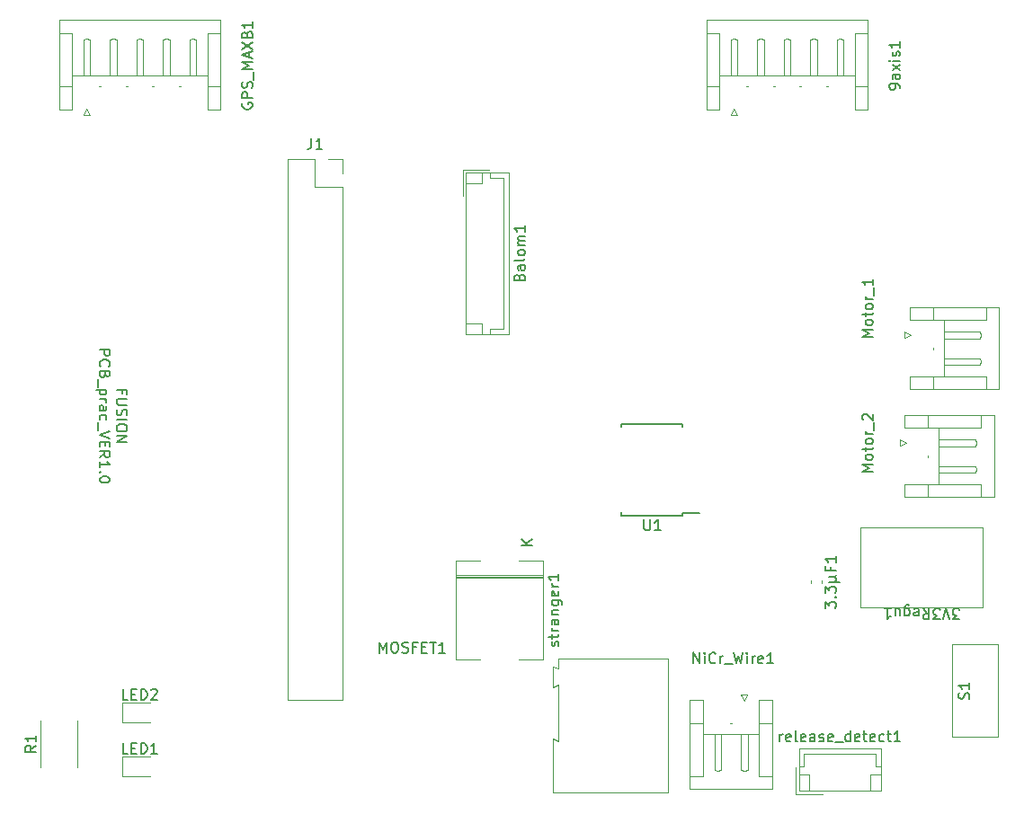
<source format=gto>
%TF.GenerationSoftware,KiCad,Pcbnew,(6.0.6)*%
%TF.CreationDate,2022-07-05T22:30:03+09:00*%
%TF.ProjectId,arliss,61726c69-7373-42e6-9b69-6361645f7063,rev?*%
%TF.SameCoordinates,Original*%
%TF.FileFunction,Legend,Top*%
%TF.FilePolarity,Positive*%
%FSLAX46Y46*%
G04 Gerber Fmt 4.6, Leading zero omitted, Abs format (unit mm)*
G04 Created by KiCad (PCBNEW (6.0.6)) date 2022-07-05 22:30:03*
%MOMM*%
%LPD*%
G01*
G04 APERTURE LIST*
%ADD10C,0.150000*%
%ADD11C,0.120000*%
G04 APERTURE END LIST*
D10*
X94856428Y-86757142D02*
X94856428Y-86423809D01*
X94332619Y-86423809D02*
X95332619Y-86423809D01*
X95332619Y-86900000D01*
X95332619Y-87280952D02*
X94523095Y-87280952D01*
X94427857Y-87328571D01*
X94380238Y-87376190D01*
X94332619Y-87471428D01*
X94332619Y-87661904D01*
X94380238Y-87757142D01*
X94427857Y-87804761D01*
X94523095Y-87852380D01*
X95332619Y-87852380D01*
X94380238Y-88280952D02*
X94332619Y-88423809D01*
X94332619Y-88661904D01*
X94380238Y-88757142D01*
X94427857Y-88804761D01*
X94523095Y-88852380D01*
X94618333Y-88852380D01*
X94713571Y-88804761D01*
X94761190Y-88757142D01*
X94808809Y-88661904D01*
X94856428Y-88471428D01*
X94904047Y-88376190D01*
X94951666Y-88328571D01*
X95046904Y-88280952D01*
X95142142Y-88280952D01*
X95237380Y-88328571D01*
X95285000Y-88376190D01*
X95332619Y-88471428D01*
X95332619Y-88709523D01*
X95285000Y-88852380D01*
X94332619Y-89280952D02*
X95332619Y-89280952D01*
X95332619Y-89947619D02*
X95332619Y-90138095D01*
X95285000Y-90233333D01*
X95189761Y-90328571D01*
X94999285Y-90376190D01*
X94665952Y-90376190D01*
X94475476Y-90328571D01*
X94380238Y-90233333D01*
X94332619Y-90138095D01*
X94332619Y-89947619D01*
X94380238Y-89852380D01*
X94475476Y-89757142D01*
X94665952Y-89709523D01*
X94999285Y-89709523D01*
X95189761Y-89757142D01*
X95285000Y-89852380D01*
X95332619Y-89947619D01*
X94332619Y-90804761D02*
X95332619Y-90804761D01*
X94332619Y-91376190D01*
X95332619Y-91376190D01*
X92722619Y-82661904D02*
X93722619Y-82661904D01*
X93722619Y-83042857D01*
X93675000Y-83138095D01*
X93627380Y-83185714D01*
X93532142Y-83233333D01*
X93389285Y-83233333D01*
X93294047Y-83185714D01*
X93246428Y-83138095D01*
X93198809Y-83042857D01*
X93198809Y-82661904D01*
X92817857Y-84233333D02*
X92770238Y-84185714D01*
X92722619Y-84042857D01*
X92722619Y-83947619D01*
X92770238Y-83804761D01*
X92865476Y-83709523D01*
X92960714Y-83661904D01*
X93151190Y-83614285D01*
X93294047Y-83614285D01*
X93484523Y-83661904D01*
X93579761Y-83709523D01*
X93675000Y-83804761D01*
X93722619Y-83947619D01*
X93722619Y-84042857D01*
X93675000Y-84185714D01*
X93627380Y-84233333D01*
X93246428Y-84995238D02*
X93198809Y-85138095D01*
X93151190Y-85185714D01*
X93055952Y-85233333D01*
X92913095Y-85233333D01*
X92817857Y-85185714D01*
X92770238Y-85138095D01*
X92722619Y-85042857D01*
X92722619Y-84661904D01*
X93722619Y-84661904D01*
X93722619Y-84995238D01*
X93675000Y-85090476D01*
X93627380Y-85138095D01*
X93532142Y-85185714D01*
X93436904Y-85185714D01*
X93341666Y-85138095D01*
X93294047Y-85090476D01*
X93246428Y-84995238D01*
X93246428Y-84661904D01*
X92627380Y-85423809D02*
X92627380Y-86185714D01*
X93389285Y-86423809D02*
X92389285Y-86423809D01*
X93341666Y-86423809D02*
X93389285Y-86519047D01*
X93389285Y-86709523D01*
X93341666Y-86804761D01*
X93294047Y-86852380D01*
X93198809Y-86900000D01*
X92913095Y-86900000D01*
X92817857Y-86852380D01*
X92770238Y-86804761D01*
X92722619Y-86709523D01*
X92722619Y-86519047D01*
X92770238Y-86423809D01*
X92722619Y-87328571D02*
X93389285Y-87328571D01*
X93198809Y-87328571D02*
X93294047Y-87376190D01*
X93341666Y-87423809D01*
X93389285Y-87519047D01*
X93389285Y-87614285D01*
X92722619Y-88376190D02*
X93246428Y-88376190D01*
X93341666Y-88328571D01*
X93389285Y-88233333D01*
X93389285Y-88042857D01*
X93341666Y-87947619D01*
X92770238Y-88376190D02*
X92722619Y-88280952D01*
X92722619Y-88042857D01*
X92770238Y-87947619D01*
X92865476Y-87900000D01*
X92960714Y-87900000D01*
X93055952Y-87947619D01*
X93103571Y-88042857D01*
X93103571Y-88280952D01*
X93151190Y-88376190D01*
X92770238Y-89280952D02*
X92722619Y-89185714D01*
X92722619Y-88995238D01*
X92770238Y-88900000D01*
X92817857Y-88852380D01*
X92913095Y-88804761D01*
X93198809Y-88804761D01*
X93294047Y-88852380D01*
X93341666Y-88900000D01*
X93389285Y-88995238D01*
X93389285Y-89185714D01*
X93341666Y-89280952D01*
X92627380Y-89471428D02*
X92627380Y-90233333D01*
X93722619Y-90328571D02*
X92722619Y-90661904D01*
X93722619Y-90995238D01*
X93246428Y-91328571D02*
X93246428Y-91661904D01*
X92722619Y-91804761D02*
X92722619Y-91328571D01*
X93722619Y-91328571D01*
X93722619Y-91804761D01*
X92722619Y-92804761D02*
X93198809Y-92471428D01*
X92722619Y-92233333D02*
X93722619Y-92233333D01*
X93722619Y-92614285D01*
X93675000Y-92709523D01*
X93627380Y-92757142D01*
X93532142Y-92804761D01*
X93389285Y-92804761D01*
X93294047Y-92757142D01*
X93246428Y-92709523D01*
X93198809Y-92614285D01*
X93198809Y-92233333D01*
X92722619Y-93757142D02*
X92722619Y-93185714D01*
X92722619Y-93471428D02*
X93722619Y-93471428D01*
X93579761Y-93376190D01*
X93484523Y-93280952D01*
X93436904Y-93185714D01*
X92817857Y-94185714D02*
X92770238Y-94233333D01*
X92722619Y-94185714D01*
X92770238Y-94138095D01*
X92817857Y-94185714D01*
X92722619Y-94185714D01*
X93722619Y-94852380D02*
X93722619Y-94947619D01*
X93675000Y-95042857D01*
X93627380Y-95090476D01*
X93532142Y-95138095D01*
X93341666Y-95185714D01*
X93103571Y-95185714D01*
X92913095Y-95138095D01*
X92817857Y-95090476D01*
X92770238Y-95042857D01*
X92722619Y-94947619D01*
X92722619Y-94852380D01*
X92770238Y-94757142D01*
X92817857Y-94709523D01*
X92913095Y-94661904D01*
X93103571Y-94614285D01*
X93341666Y-94614285D01*
X93532142Y-94661904D01*
X93627380Y-94709523D01*
X93675000Y-94757142D01*
X93722619Y-94852380D01*
%TO.C,GPS_MAXB1*%
X106180000Y-59427619D02*
X106132380Y-59522857D01*
X106132380Y-59665714D01*
X106180000Y-59808571D01*
X106275238Y-59903809D01*
X106370476Y-59951428D01*
X106560952Y-59999047D01*
X106703809Y-59999047D01*
X106894285Y-59951428D01*
X106989523Y-59903809D01*
X107084761Y-59808571D01*
X107132380Y-59665714D01*
X107132380Y-59570476D01*
X107084761Y-59427619D01*
X107037142Y-59380000D01*
X106703809Y-59380000D01*
X106703809Y-59570476D01*
X107132380Y-58951428D02*
X106132380Y-58951428D01*
X106132380Y-58570476D01*
X106180000Y-58475238D01*
X106227619Y-58427619D01*
X106322857Y-58380000D01*
X106465714Y-58380000D01*
X106560952Y-58427619D01*
X106608571Y-58475238D01*
X106656190Y-58570476D01*
X106656190Y-58951428D01*
X107084761Y-57999047D02*
X107132380Y-57856190D01*
X107132380Y-57618095D01*
X107084761Y-57522857D01*
X107037142Y-57475238D01*
X106941904Y-57427619D01*
X106846666Y-57427619D01*
X106751428Y-57475238D01*
X106703809Y-57522857D01*
X106656190Y-57618095D01*
X106608571Y-57808571D01*
X106560952Y-57903809D01*
X106513333Y-57951428D01*
X106418095Y-57999047D01*
X106322857Y-57999047D01*
X106227619Y-57951428D01*
X106180000Y-57903809D01*
X106132380Y-57808571D01*
X106132380Y-57570476D01*
X106180000Y-57427619D01*
X107227619Y-57237142D02*
X107227619Y-56475238D01*
X107132380Y-56237142D02*
X106132380Y-56237142D01*
X106846666Y-55903809D01*
X106132380Y-55570476D01*
X107132380Y-55570476D01*
X106846666Y-55141904D02*
X106846666Y-54665714D01*
X107132380Y-55237142D02*
X106132380Y-54903809D01*
X107132380Y-54570476D01*
X106132380Y-54332380D02*
X107132380Y-53665714D01*
X106132380Y-53665714D02*
X107132380Y-54332380D01*
X106608571Y-52951428D02*
X106656190Y-52808571D01*
X106703809Y-52760952D01*
X106799047Y-52713333D01*
X106941904Y-52713333D01*
X107037142Y-52760952D01*
X107084761Y-52808571D01*
X107132380Y-52903809D01*
X107132380Y-53284761D01*
X106132380Y-53284761D01*
X106132380Y-52951428D01*
X106180000Y-52856190D01*
X106227619Y-52808571D01*
X106322857Y-52760952D01*
X106418095Y-52760952D01*
X106513333Y-52808571D01*
X106560952Y-52856190D01*
X106608571Y-52951428D01*
X106608571Y-53284761D01*
X107132380Y-51760952D02*
X107132380Y-52332380D01*
X107132380Y-52046666D02*
X106132380Y-52046666D01*
X106275238Y-52141904D01*
X106370476Y-52237142D01*
X106418095Y-52332380D01*
%TO.C,J1*%
X112696666Y-62722380D02*
X112696666Y-63436666D01*
X112649047Y-63579523D01*
X112553809Y-63674761D01*
X112410952Y-63722380D01*
X112315714Y-63722380D01*
X113696666Y-63722380D02*
X113125238Y-63722380D01*
X113410952Y-63722380D02*
X113410952Y-62722380D01*
X113315714Y-62865238D01*
X113220476Y-62960476D01*
X113125238Y-63008095D01*
%TO.C,LED2*%
X95400952Y-115642380D02*
X94924761Y-115642380D01*
X94924761Y-114642380D01*
X95734285Y-115118571D02*
X96067619Y-115118571D01*
X96210476Y-115642380D02*
X95734285Y-115642380D01*
X95734285Y-114642380D01*
X96210476Y-114642380D01*
X96639047Y-115642380D02*
X96639047Y-114642380D01*
X96877142Y-114642380D01*
X97020000Y-114690000D01*
X97115238Y-114785238D01*
X97162857Y-114880476D01*
X97210476Y-115070952D01*
X97210476Y-115213809D01*
X97162857Y-115404285D01*
X97115238Y-115499523D01*
X97020000Y-115594761D01*
X96877142Y-115642380D01*
X96639047Y-115642380D01*
X97591428Y-114737619D02*
X97639047Y-114690000D01*
X97734285Y-114642380D01*
X97972380Y-114642380D01*
X98067619Y-114690000D01*
X98115238Y-114737619D01*
X98162857Y-114832857D01*
X98162857Y-114928095D01*
X98115238Y-115070952D01*
X97543809Y-115642380D01*
X98162857Y-115642380D01*
%TO.C,3V3Regu1*%
X173707619Y-108062619D02*
X173088571Y-108062619D01*
X173421904Y-107681666D01*
X173279047Y-107681666D01*
X173183809Y-107634047D01*
X173136190Y-107586428D01*
X173088571Y-107491190D01*
X173088571Y-107253095D01*
X173136190Y-107157857D01*
X173183809Y-107110238D01*
X173279047Y-107062619D01*
X173564761Y-107062619D01*
X173660000Y-107110238D01*
X173707619Y-107157857D01*
X172802857Y-108062619D02*
X172469523Y-107062619D01*
X172136190Y-108062619D01*
X171898095Y-108062619D02*
X171279047Y-108062619D01*
X171612380Y-107681666D01*
X171469523Y-107681666D01*
X171374285Y-107634047D01*
X171326666Y-107586428D01*
X171279047Y-107491190D01*
X171279047Y-107253095D01*
X171326666Y-107157857D01*
X171374285Y-107110238D01*
X171469523Y-107062619D01*
X171755238Y-107062619D01*
X171850476Y-107110238D01*
X171898095Y-107157857D01*
X170279047Y-107062619D02*
X170612380Y-107538809D01*
X170850476Y-107062619D02*
X170850476Y-108062619D01*
X170469523Y-108062619D01*
X170374285Y-108015000D01*
X170326666Y-107967380D01*
X170279047Y-107872142D01*
X170279047Y-107729285D01*
X170326666Y-107634047D01*
X170374285Y-107586428D01*
X170469523Y-107538809D01*
X170850476Y-107538809D01*
X169469523Y-107110238D02*
X169564761Y-107062619D01*
X169755238Y-107062619D01*
X169850476Y-107110238D01*
X169898095Y-107205476D01*
X169898095Y-107586428D01*
X169850476Y-107681666D01*
X169755238Y-107729285D01*
X169564761Y-107729285D01*
X169469523Y-107681666D01*
X169421904Y-107586428D01*
X169421904Y-107491190D01*
X169898095Y-107395952D01*
X168564761Y-107729285D02*
X168564761Y-106919761D01*
X168612380Y-106824523D01*
X168660000Y-106776904D01*
X168755238Y-106729285D01*
X168898095Y-106729285D01*
X168993333Y-106776904D01*
X168564761Y-107110238D02*
X168660000Y-107062619D01*
X168850476Y-107062619D01*
X168945714Y-107110238D01*
X168993333Y-107157857D01*
X169040952Y-107253095D01*
X169040952Y-107538809D01*
X168993333Y-107634047D01*
X168945714Y-107681666D01*
X168850476Y-107729285D01*
X168660000Y-107729285D01*
X168564761Y-107681666D01*
X167660000Y-107729285D02*
X167660000Y-107062619D01*
X168088571Y-107729285D02*
X168088571Y-107205476D01*
X168040952Y-107110238D01*
X167945714Y-107062619D01*
X167802857Y-107062619D01*
X167707619Y-107110238D01*
X167660000Y-107157857D01*
X166660000Y-107062619D02*
X167231428Y-107062619D01*
X166945714Y-107062619D02*
X166945714Y-108062619D01*
X167040952Y-107919761D01*
X167136190Y-107824523D01*
X167231428Y-107776904D01*
%TO.C,MOSFET1*%
X119098571Y-111222380D02*
X119098571Y-110222380D01*
X119431904Y-110936666D01*
X119765238Y-110222380D01*
X119765238Y-111222380D01*
X120431904Y-110222380D02*
X120622380Y-110222380D01*
X120717619Y-110270000D01*
X120812857Y-110365238D01*
X120860476Y-110555714D01*
X120860476Y-110889047D01*
X120812857Y-111079523D01*
X120717619Y-111174761D01*
X120622380Y-111222380D01*
X120431904Y-111222380D01*
X120336666Y-111174761D01*
X120241428Y-111079523D01*
X120193809Y-110889047D01*
X120193809Y-110555714D01*
X120241428Y-110365238D01*
X120336666Y-110270000D01*
X120431904Y-110222380D01*
X121241428Y-111174761D02*
X121384285Y-111222380D01*
X121622380Y-111222380D01*
X121717619Y-111174761D01*
X121765238Y-111127142D01*
X121812857Y-111031904D01*
X121812857Y-110936666D01*
X121765238Y-110841428D01*
X121717619Y-110793809D01*
X121622380Y-110746190D01*
X121431904Y-110698571D01*
X121336666Y-110650952D01*
X121289047Y-110603333D01*
X121241428Y-110508095D01*
X121241428Y-110412857D01*
X121289047Y-110317619D01*
X121336666Y-110270000D01*
X121431904Y-110222380D01*
X121670000Y-110222380D01*
X121812857Y-110270000D01*
X122574761Y-110698571D02*
X122241428Y-110698571D01*
X122241428Y-111222380D02*
X122241428Y-110222380D01*
X122717619Y-110222380D01*
X123098571Y-110698571D02*
X123431904Y-110698571D01*
X123574761Y-111222380D02*
X123098571Y-111222380D01*
X123098571Y-110222380D01*
X123574761Y-110222380D01*
X123860476Y-110222380D02*
X124431904Y-110222380D01*
X124146190Y-111222380D02*
X124146190Y-110222380D01*
X125289047Y-111222380D02*
X124717619Y-111222380D01*
X125003333Y-111222380D02*
X125003333Y-110222380D01*
X124908095Y-110365238D01*
X124812857Y-110460476D01*
X124717619Y-110508095D01*
%TO.C,stranger1*%
X135924761Y-110580952D02*
X135972380Y-110485714D01*
X135972380Y-110295238D01*
X135924761Y-110200000D01*
X135829523Y-110152380D01*
X135781904Y-110152380D01*
X135686666Y-110200000D01*
X135639047Y-110295238D01*
X135639047Y-110438095D01*
X135591428Y-110533333D01*
X135496190Y-110580952D01*
X135448571Y-110580952D01*
X135353333Y-110533333D01*
X135305714Y-110438095D01*
X135305714Y-110295238D01*
X135353333Y-110200000D01*
X135305714Y-109866666D02*
X135305714Y-109485714D01*
X134972380Y-109723809D02*
X135829523Y-109723809D01*
X135924761Y-109676190D01*
X135972380Y-109580952D01*
X135972380Y-109485714D01*
X135972380Y-109152380D02*
X135305714Y-109152380D01*
X135496190Y-109152380D02*
X135400952Y-109104761D01*
X135353333Y-109057142D01*
X135305714Y-108961904D01*
X135305714Y-108866666D01*
X135972380Y-108104761D02*
X135448571Y-108104761D01*
X135353333Y-108152380D01*
X135305714Y-108247619D01*
X135305714Y-108438095D01*
X135353333Y-108533333D01*
X135924761Y-108104761D02*
X135972380Y-108200000D01*
X135972380Y-108438095D01*
X135924761Y-108533333D01*
X135829523Y-108580952D01*
X135734285Y-108580952D01*
X135639047Y-108533333D01*
X135591428Y-108438095D01*
X135591428Y-108200000D01*
X135543809Y-108104761D01*
X135305714Y-107628571D02*
X135972380Y-107628571D01*
X135400952Y-107628571D02*
X135353333Y-107580952D01*
X135305714Y-107485714D01*
X135305714Y-107342857D01*
X135353333Y-107247619D01*
X135448571Y-107200000D01*
X135972380Y-107200000D01*
X135305714Y-106295238D02*
X136115238Y-106295238D01*
X136210476Y-106342857D01*
X136258095Y-106390476D01*
X136305714Y-106485714D01*
X136305714Y-106628571D01*
X136258095Y-106723809D01*
X135924761Y-106295238D02*
X135972380Y-106390476D01*
X135972380Y-106580952D01*
X135924761Y-106676190D01*
X135877142Y-106723809D01*
X135781904Y-106771428D01*
X135496190Y-106771428D01*
X135400952Y-106723809D01*
X135353333Y-106676190D01*
X135305714Y-106580952D01*
X135305714Y-106390476D01*
X135353333Y-106295238D01*
X135924761Y-105438095D02*
X135972380Y-105533333D01*
X135972380Y-105723809D01*
X135924761Y-105819047D01*
X135829523Y-105866666D01*
X135448571Y-105866666D01*
X135353333Y-105819047D01*
X135305714Y-105723809D01*
X135305714Y-105533333D01*
X135353333Y-105438095D01*
X135448571Y-105390476D01*
X135543809Y-105390476D01*
X135639047Y-105866666D01*
X135972380Y-104961904D02*
X135305714Y-104961904D01*
X135496190Y-104961904D02*
X135400952Y-104914285D01*
X135353333Y-104866666D01*
X135305714Y-104771428D01*
X135305714Y-104676190D01*
X135972380Y-103819047D02*
X135972380Y-104390476D01*
X135972380Y-104104761D02*
X134972380Y-104104761D01*
X135115238Y-104200000D01*
X135210476Y-104295238D01*
X135258095Y-104390476D01*
X133452380Y-101111904D02*
X132452380Y-101111904D01*
X133452380Y-100540476D02*
X132880952Y-100969047D01*
X132452380Y-100540476D02*
X133023809Y-101111904D01*
%TO.C,LED1*%
X95400952Y-120722380D02*
X94924761Y-120722380D01*
X94924761Y-119722380D01*
X95734285Y-120198571D02*
X96067619Y-120198571D01*
X96210476Y-120722380D02*
X95734285Y-120722380D01*
X95734285Y-119722380D01*
X96210476Y-119722380D01*
X96639047Y-120722380D02*
X96639047Y-119722380D01*
X96877142Y-119722380D01*
X97020000Y-119770000D01*
X97115238Y-119865238D01*
X97162857Y-119960476D01*
X97210476Y-120150952D01*
X97210476Y-120293809D01*
X97162857Y-120484285D01*
X97115238Y-120579523D01*
X97020000Y-120674761D01*
X96877142Y-120722380D01*
X96639047Y-120722380D01*
X98162857Y-120722380D02*
X97591428Y-120722380D01*
X97877142Y-120722380D02*
X97877142Y-119722380D01*
X97781904Y-119865238D01*
X97686666Y-119960476D01*
X97591428Y-120008095D01*
%TO.C,Motor_2*%
X165552380Y-94130476D02*
X164552380Y-94130476D01*
X165266666Y-93797142D01*
X164552380Y-93463809D01*
X165552380Y-93463809D01*
X165552380Y-92844761D02*
X165504761Y-92940000D01*
X165457142Y-92987619D01*
X165361904Y-93035238D01*
X165076190Y-93035238D01*
X164980952Y-92987619D01*
X164933333Y-92940000D01*
X164885714Y-92844761D01*
X164885714Y-92701904D01*
X164933333Y-92606666D01*
X164980952Y-92559047D01*
X165076190Y-92511428D01*
X165361904Y-92511428D01*
X165457142Y-92559047D01*
X165504761Y-92606666D01*
X165552380Y-92701904D01*
X165552380Y-92844761D01*
X164885714Y-92225714D02*
X164885714Y-91844761D01*
X164552380Y-92082857D02*
X165409523Y-92082857D01*
X165504761Y-92035238D01*
X165552380Y-91940000D01*
X165552380Y-91844761D01*
X165552380Y-91368571D02*
X165504761Y-91463809D01*
X165457142Y-91511428D01*
X165361904Y-91559047D01*
X165076190Y-91559047D01*
X164980952Y-91511428D01*
X164933333Y-91463809D01*
X164885714Y-91368571D01*
X164885714Y-91225714D01*
X164933333Y-91130476D01*
X164980952Y-91082857D01*
X165076190Y-91035238D01*
X165361904Y-91035238D01*
X165457142Y-91082857D01*
X165504761Y-91130476D01*
X165552380Y-91225714D01*
X165552380Y-91368571D01*
X165552380Y-90606666D02*
X164885714Y-90606666D01*
X165076190Y-90606666D02*
X164980952Y-90559047D01*
X164933333Y-90511428D01*
X164885714Y-90416190D01*
X164885714Y-90320952D01*
X165647619Y-90225714D02*
X165647619Y-89463809D01*
X164647619Y-89273333D02*
X164600000Y-89225714D01*
X164552380Y-89130476D01*
X164552380Y-88892380D01*
X164600000Y-88797142D01*
X164647619Y-88749523D01*
X164742857Y-88701904D01*
X164838095Y-88701904D01*
X164980952Y-88749523D01*
X165552380Y-89320952D01*
X165552380Y-88701904D01*
%TO.C,S1*%
X174604761Y-115561904D02*
X174652380Y-115419047D01*
X174652380Y-115180952D01*
X174604761Y-115085714D01*
X174557142Y-115038095D01*
X174461904Y-114990476D01*
X174366666Y-114990476D01*
X174271428Y-115038095D01*
X174223809Y-115085714D01*
X174176190Y-115180952D01*
X174128571Y-115371428D01*
X174080952Y-115466666D01*
X174033333Y-115514285D01*
X173938095Y-115561904D01*
X173842857Y-115561904D01*
X173747619Y-115514285D01*
X173700000Y-115466666D01*
X173652380Y-115371428D01*
X173652380Y-115133333D01*
X173700000Y-114990476D01*
X174652380Y-114038095D02*
X174652380Y-114609523D01*
X174652380Y-114323809D02*
X173652380Y-114323809D01*
X173795238Y-114419047D01*
X173890476Y-114514285D01*
X173938095Y-114609523D01*
%TO.C,Motor_1*%
X165552380Y-81430476D02*
X164552380Y-81430476D01*
X165266666Y-81097142D01*
X164552380Y-80763809D01*
X165552380Y-80763809D01*
X165552380Y-80144761D02*
X165504761Y-80240000D01*
X165457142Y-80287619D01*
X165361904Y-80335238D01*
X165076190Y-80335238D01*
X164980952Y-80287619D01*
X164933333Y-80240000D01*
X164885714Y-80144761D01*
X164885714Y-80001904D01*
X164933333Y-79906666D01*
X164980952Y-79859047D01*
X165076190Y-79811428D01*
X165361904Y-79811428D01*
X165457142Y-79859047D01*
X165504761Y-79906666D01*
X165552380Y-80001904D01*
X165552380Y-80144761D01*
X164885714Y-79525714D02*
X164885714Y-79144761D01*
X164552380Y-79382857D02*
X165409523Y-79382857D01*
X165504761Y-79335238D01*
X165552380Y-79240000D01*
X165552380Y-79144761D01*
X165552380Y-78668571D02*
X165504761Y-78763809D01*
X165457142Y-78811428D01*
X165361904Y-78859047D01*
X165076190Y-78859047D01*
X164980952Y-78811428D01*
X164933333Y-78763809D01*
X164885714Y-78668571D01*
X164885714Y-78525714D01*
X164933333Y-78430476D01*
X164980952Y-78382857D01*
X165076190Y-78335238D01*
X165361904Y-78335238D01*
X165457142Y-78382857D01*
X165504761Y-78430476D01*
X165552380Y-78525714D01*
X165552380Y-78668571D01*
X165552380Y-77906666D02*
X164885714Y-77906666D01*
X165076190Y-77906666D02*
X164980952Y-77859047D01*
X164933333Y-77811428D01*
X164885714Y-77716190D01*
X164885714Y-77620952D01*
X165647619Y-77525714D02*
X165647619Y-76763809D01*
X165552380Y-76001904D02*
X165552380Y-76573333D01*
X165552380Y-76287619D02*
X164552380Y-76287619D01*
X164695238Y-76382857D01*
X164790476Y-76478095D01*
X164838095Y-76573333D01*
%TO.C,Balom1*%
X132268571Y-75818095D02*
X132316190Y-75675238D01*
X132363809Y-75627619D01*
X132459047Y-75580000D01*
X132601904Y-75580000D01*
X132697142Y-75627619D01*
X132744761Y-75675238D01*
X132792380Y-75770476D01*
X132792380Y-76151428D01*
X131792380Y-76151428D01*
X131792380Y-75818095D01*
X131840000Y-75722857D01*
X131887619Y-75675238D01*
X131982857Y-75627619D01*
X132078095Y-75627619D01*
X132173333Y-75675238D01*
X132220952Y-75722857D01*
X132268571Y-75818095D01*
X132268571Y-76151428D01*
X132792380Y-74722857D02*
X132268571Y-74722857D01*
X132173333Y-74770476D01*
X132125714Y-74865714D01*
X132125714Y-75056190D01*
X132173333Y-75151428D01*
X132744761Y-74722857D02*
X132792380Y-74818095D01*
X132792380Y-75056190D01*
X132744761Y-75151428D01*
X132649523Y-75199047D01*
X132554285Y-75199047D01*
X132459047Y-75151428D01*
X132411428Y-75056190D01*
X132411428Y-74818095D01*
X132363809Y-74722857D01*
X132792380Y-74103809D02*
X132744761Y-74199047D01*
X132649523Y-74246666D01*
X131792380Y-74246666D01*
X132792380Y-73580000D02*
X132744761Y-73675238D01*
X132697142Y-73722857D01*
X132601904Y-73770476D01*
X132316190Y-73770476D01*
X132220952Y-73722857D01*
X132173333Y-73675238D01*
X132125714Y-73580000D01*
X132125714Y-73437142D01*
X132173333Y-73341904D01*
X132220952Y-73294285D01*
X132316190Y-73246666D01*
X132601904Y-73246666D01*
X132697142Y-73294285D01*
X132744761Y-73341904D01*
X132792380Y-73437142D01*
X132792380Y-73580000D01*
X132792380Y-72818095D02*
X132125714Y-72818095D01*
X132220952Y-72818095D02*
X132173333Y-72770476D01*
X132125714Y-72675238D01*
X132125714Y-72532380D01*
X132173333Y-72437142D01*
X132268571Y-72389523D01*
X132792380Y-72389523D01*
X132268571Y-72389523D02*
X132173333Y-72341904D01*
X132125714Y-72246666D01*
X132125714Y-72103809D01*
X132173333Y-72008571D01*
X132268571Y-71960952D01*
X132792380Y-71960952D01*
X132792380Y-70960952D02*
X132792380Y-71532380D01*
X132792380Y-71246666D02*
X131792380Y-71246666D01*
X131935238Y-71341904D01*
X132030476Y-71437142D01*
X132078095Y-71532380D01*
%TO.C,release_detect1*%
X156807142Y-119572380D02*
X156807142Y-118905714D01*
X156807142Y-119096190D02*
X156854761Y-119000952D01*
X156902380Y-118953333D01*
X156997619Y-118905714D01*
X157092857Y-118905714D01*
X157807142Y-119524761D02*
X157711904Y-119572380D01*
X157521428Y-119572380D01*
X157426190Y-119524761D01*
X157378571Y-119429523D01*
X157378571Y-119048571D01*
X157426190Y-118953333D01*
X157521428Y-118905714D01*
X157711904Y-118905714D01*
X157807142Y-118953333D01*
X157854761Y-119048571D01*
X157854761Y-119143809D01*
X157378571Y-119239047D01*
X158426190Y-119572380D02*
X158330952Y-119524761D01*
X158283333Y-119429523D01*
X158283333Y-118572380D01*
X159188095Y-119524761D02*
X159092857Y-119572380D01*
X158902380Y-119572380D01*
X158807142Y-119524761D01*
X158759523Y-119429523D01*
X158759523Y-119048571D01*
X158807142Y-118953333D01*
X158902380Y-118905714D01*
X159092857Y-118905714D01*
X159188095Y-118953333D01*
X159235714Y-119048571D01*
X159235714Y-119143809D01*
X158759523Y-119239047D01*
X160092857Y-119572380D02*
X160092857Y-119048571D01*
X160045238Y-118953333D01*
X159950000Y-118905714D01*
X159759523Y-118905714D01*
X159664285Y-118953333D01*
X160092857Y-119524761D02*
X159997619Y-119572380D01*
X159759523Y-119572380D01*
X159664285Y-119524761D01*
X159616666Y-119429523D01*
X159616666Y-119334285D01*
X159664285Y-119239047D01*
X159759523Y-119191428D01*
X159997619Y-119191428D01*
X160092857Y-119143809D01*
X160521428Y-119524761D02*
X160616666Y-119572380D01*
X160807142Y-119572380D01*
X160902380Y-119524761D01*
X160950000Y-119429523D01*
X160950000Y-119381904D01*
X160902380Y-119286666D01*
X160807142Y-119239047D01*
X160664285Y-119239047D01*
X160569047Y-119191428D01*
X160521428Y-119096190D01*
X160521428Y-119048571D01*
X160569047Y-118953333D01*
X160664285Y-118905714D01*
X160807142Y-118905714D01*
X160902380Y-118953333D01*
X161759523Y-119524761D02*
X161664285Y-119572380D01*
X161473809Y-119572380D01*
X161378571Y-119524761D01*
X161330952Y-119429523D01*
X161330952Y-119048571D01*
X161378571Y-118953333D01*
X161473809Y-118905714D01*
X161664285Y-118905714D01*
X161759523Y-118953333D01*
X161807142Y-119048571D01*
X161807142Y-119143809D01*
X161330952Y-119239047D01*
X161997619Y-119667619D02*
X162759523Y-119667619D01*
X163426190Y-119572380D02*
X163426190Y-118572380D01*
X163426190Y-119524761D02*
X163330952Y-119572380D01*
X163140476Y-119572380D01*
X163045238Y-119524761D01*
X162997619Y-119477142D01*
X162950000Y-119381904D01*
X162950000Y-119096190D01*
X162997619Y-119000952D01*
X163045238Y-118953333D01*
X163140476Y-118905714D01*
X163330952Y-118905714D01*
X163426190Y-118953333D01*
X164283333Y-119524761D02*
X164188095Y-119572380D01*
X163997619Y-119572380D01*
X163902380Y-119524761D01*
X163854761Y-119429523D01*
X163854761Y-119048571D01*
X163902380Y-118953333D01*
X163997619Y-118905714D01*
X164188095Y-118905714D01*
X164283333Y-118953333D01*
X164330952Y-119048571D01*
X164330952Y-119143809D01*
X163854761Y-119239047D01*
X164616666Y-118905714D02*
X164997619Y-118905714D01*
X164759523Y-118572380D02*
X164759523Y-119429523D01*
X164807142Y-119524761D01*
X164902380Y-119572380D01*
X164997619Y-119572380D01*
X165711904Y-119524761D02*
X165616666Y-119572380D01*
X165426190Y-119572380D01*
X165330952Y-119524761D01*
X165283333Y-119429523D01*
X165283333Y-119048571D01*
X165330952Y-118953333D01*
X165426190Y-118905714D01*
X165616666Y-118905714D01*
X165711904Y-118953333D01*
X165759523Y-119048571D01*
X165759523Y-119143809D01*
X165283333Y-119239047D01*
X166616666Y-119524761D02*
X166521428Y-119572380D01*
X166330952Y-119572380D01*
X166235714Y-119524761D01*
X166188095Y-119477142D01*
X166140476Y-119381904D01*
X166140476Y-119096190D01*
X166188095Y-119000952D01*
X166235714Y-118953333D01*
X166330952Y-118905714D01*
X166521428Y-118905714D01*
X166616666Y-118953333D01*
X166902380Y-118905714D02*
X167283333Y-118905714D01*
X167045238Y-118572380D02*
X167045238Y-119429523D01*
X167092857Y-119524761D01*
X167188095Y-119572380D01*
X167283333Y-119572380D01*
X168140476Y-119572380D02*
X167569047Y-119572380D01*
X167854761Y-119572380D02*
X167854761Y-118572380D01*
X167759523Y-118715238D01*
X167664285Y-118810476D01*
X167569047Y-118858095D01*
%TO.C,NiCr_Wire1*%
X148661904Y-112212380D02*
X148661904Y-111212380D01*
X149233333Y-112212380D01*
X149233333Y-111212380D01*
X149709523Y-112212380D02*
X149709523Y-111545714D01*
X149709523Y-111212380D02*
X149661904Y-111260000D01*
X149709523Y-111307619D01*
X149757142Y-111260000D01*
X149709523Y-111212380D01*
X149709523Y-111307619D01*
X150757142Y-112117142D02*
X150709523Y-112164761D01*
X150566666Y-112212380D01*
X150471428Y-112212380D01*
X150328571Y-112164761D01*
X150233333Y-112069523D01*
X150185714Y-111974285D01*
X150138095Y-111783809D01*
X150138095Y-111640952D01*
X150185714Y-111450476D01*
X150233333Y-111355238D01*
X150328571Y-111260000D01*
X150471428Y-111212380D01*
X150566666Y-111212380D01*
X150709523Y-111260000D01*
X150757142Y-111307619D01*
X151185714Y-112212380D02*
X151185714Y-111545714D01*
X151185714Y-111736190D02*
X151233333Y-111640952D01*
X151280952Y-111593333D01*
X151376190Y-111545714D01*
X151471428Y-111545714D01*
X151566666Y-112307619D02*
X152328571Y-112307619D01*
X152471428Y-111212380D02*
X152709523Y-112212380D01*
X152900000Y-111498095D01*
X153090476Y-112212380D01*
X153328571Y-111212380D01*
X153709523Y-112212380D02*
X153709523Y-111545714D01*
X153709523Y-111212380D02*
X153661904Y-111260000D01*
X153709523Y-111307619D01*
X153757142Y-111260000D01*
X153709523Y-111212380D01*
X153709523Y-111307619D01*
X154185714Y-112212380D02*
X154185714Y-111545714D01*
X154185714Y-111736190D02*
X154233333Y-111640952D01*
X154280952Y-111593333D01*
X154376190Y-111545714D01*
X154471428Y-111545714D01*
X155185714Y-112164761D02*
X155090476Y-112212380D01*
X154900000Y-112212380D01*
X154804761Y-112164761D01*
X154757142Y-112069523D01*
X154757142Y-111688571D01*
X154804761Y-111593333D01*
X154900000Y-111545714D01*
X155090476Y-111545714D01*
X155185714Y-111593333D01*
X155233333Y-111688571D01*
X155233333Y-111783809D01*
X154757142Y-111879047D01*
X156185714Y-112212380D02*
X155614285Y-112212380D01*
X155900000Y-112212380D02*
X155900000Y-111212380D01*
X155804761Y-111355238D01*
X155709523Y-111450476D01*
X155614285Y-111498095D01*
%TO.C,9axis1*%
X168092380Y-58046666D02*
X168092380Y-57856190D01*
X168044761Y-57760952D01*
X167997142Y-57713333D01*
X167854285Y-57618095D01*
X167663809Y-57570476D01*
X167282857Y-57570476D01*
X167187619Y-57618095D01*
X167140000Y-57665714D01*
X167092380Y-57760952D01*
X167092380Y-57951428D01*
X167140000Y-58046666D01*
X167187619Y-58094285D01*
X167282857Y-58141904D01*
X167520952Y-58141904D01*
X167616190Y-58094285D01*
X167663809Y-58046666D01*
X167711428Y-57951428D01*
X167711428Y-57760952D01*
X167663809Y-57665714D01*
X167616190Y-57618095D01*
X167520952Y-57570476D01*
X168092380Y-56713333D02*
X167568571Y-56713333D01*
X167473333Y-56760952D01*
X167425714Y-56856190D01*
X167425714Y-57046666D01*
X167473333Y-57141904D01*
X168044761Y-56713333D02*
X168092380Y-56808571D01*
X168092380Y-57046666D01*
X168044761Y-57141904D01*
X167949523Y-57189523D01*
X167854285Y-57189523D01*
X167759047Y-57141904D01*
X167711428Y-57046666D01*
X167711428Y-56808571D01*
X167663809Y-56713333D01*
X168092380Y-56332380D02*
X167425714Y-55808571D01*
X167425714Y-56332380D02*
X168092380Y-55808571D01*
X168092380Y-55427619D02*
X167425714Y-55427619D01*
X167092380Y-55427619D02*
X167140000Y-55475238D01*
X167187619Y-55427619D01*
X167140000Y-55380000D01*
X167092380Y-55427619D01*
X167187619Y-55427619D01*
X168044761Y-54999047D02*
X168092380Y-54903809D01*
X168092380Y-54713333D01*
X168044761Y-54618095D01*
X167949523Y-54570476D01*
X167901904Y-54570476D01*
X167806666Y-54618095D01*
X167759047Y-54713333D01*
X167759047Y-54856190D01*
X167711428Y-54951428D01*
X167616190Y-54999047D01*
X167568571Y-54999047D01*
X167473333Y-54951428D01*
X167425714Y-54856190D01*
X167425714Y-54713333D01*
X167473333Y-54618095D01*
X168092380Y-53618095D02*
X168092380Y-54189523D01*
X168092380Y-53903809D02*
X167092380Y-53903809D01*
X167235238Y-53999047D01*
X167330476Y-54094285D01*
X167378095Y-54189523D01*
%TO.C,R1*%
X86732380Y-119969166D02*
X86256190Y-120302500D01*
X86732380Y-120540595D02*
X85732380Y-120540595D01*
X85732380Y-120159642D01*
X85780000Y-120064404D01*
X85827619Y-120016785D01*
X85922857Y-119969166D01*
X86065714Y-119969166D01*
X86160952Y-120016785D01*
X86208571Y-120064404D01*
X86256190Y-120159642D01*
X86256190Y-120540595D01*
X86732380Y-119016785D02*
X86732380Y-119588214D01*
X86732380Y-119302500D02*
X85732380Y-119302500D01*
X85875238Y-119397738D01*
X85970476Y-119492976D01*
X86018095Y-119588214D01*
%TO.C,3.3\u03BCF1*%
X161082380Y-107026190D02*
X161082380Y-106407142D01*
X161463333Y-106740476D01*
X161463333Y-106597619D01*
X161510952Y-106502380D01*
X161558571Y-106454761D01*
X161653809Y-106407142D01*
X161891904Y-106407142D01*
X161987142Y-106454761D01*
X162034761Y-106502380D01*
X162082380Y-106597619D01*
X162082380Y-106883333D01*
X162034761Y-106978571D01*
X161987142Y-107026190D01*
X161987142Y-105978571D02*
X162034761Y-105930952D01*
X162082380Y-105978571D01*
X162034761Y-106026190D01*
X161987142Y-105978571D01*
X162082380Y-105978571D01*
X161082380Y-105597619D02*
X161082380Y-104978571D01*
X161463333Y-105311904D01*
X161463333Y-105169047D01*
X161510952Y-105073809D01*
X161558571Y-105026190D01*
X161653809Y-104978571D01*
X161891904Y-104978571D01*
X161987142Y-105026190D01*
X162034761Y-105073809D01*
X162082380Y-105169047D01*
X162082380Y-105454761D01*
X162034761Y-105550000D01*
X161987142Y-105597619D01*
X161415714Y-104550000D02*
X162415714Y-104550000D01*
X161939523Y-104073809D02*
X162034761Y-104026190D01*
X162082380Y-103930952D01*
X161939523Y-104550000D02*
X162034761Y-104502380D01*
X162082380Y-104407142D01*
X162082380Y-104216666D01*
X162034761Y-104121428D01*
X161939523Y-104073809D01*
X161415714Y-104073809D01*
X161558571Y-103169047D02*
X161558571Y-103502380D01*
X162082380Y-103502380D02*
X161082380Y-103502380D01*
X161082380Y-103026190D01*
X162082380Y-102121428D02*
X162082380Y-102692857D01*
X162082380Y-102407142D02*
X161082380Y-102407142D01*
X161225238Y-102502380D01*
X161320476Y-102597619D01*
X161368095Y-102692857D01*
%TO.C,U1*%
X144018095Y-98682380D02*
X144018095Y-99491904D01*
X144065714Y-99587142D01*
X144113333Y-99634761D01*
X144208571Y-99682380D01*
X144399047Y-99682380D01*
X144494285Y-99634761D01*
X144541904Y-99587142D01*
X144589523Y-99491904D01*
X144589523Y-98682380D01*
X145589523Y-99682380D02*
X145018095Y-99682380D01*
X145303809Y-99682380D02*
X145303809Y-98682380D01*
X145208571Y-98825238D01*
X145113333Y-98920476D01*
X145018095Y-98968095D01*
D11*
%TO.C,GPS_MAXB1*%
X90130000Y-56822500D02*
X102910000Y-56822500D01*
X94020000Y-53322500D02*
X94340000Y-53402500D01*
X90130000Y-52822500D02*
X90130000Y-57822500D01*
X91220000Y-60512500D02*
X91820000Y-60512500D01*
X104130000Y-60022500D02*
X102910000Y-60022500D01*
X101840000Y-53402500D02*
X101840000Y-56822500D01*
X96200000Y-53402500D02*
X96520000Y-53322500D01*
X90130000Y-60022500D02*
X88910000Y-60022500D01*
X88910000Y-51602500D02*
X104130000Y-51602500D01*
X91840000Y-53402500D02*
X91840000Y-56822500D01*
X90130000Y-57822500D02*
X90130000Y-60022500D01*
X101520000Y-53322500D02*
X101840000Y-53402500D01*
X96840000Y-56822500D02*
X96520000Y-56822500D01*
X96840000Y-53402500D02*
X96840000Y-56822500D01*
X99340000Y-53402500D02*
X99340000Y-56822500D01*
X101840000Y-56822500D02*
X101520000Y-56822500D01*
X96200000Y-56822500D02*
X96200000Y-53402500D01*
X90130000Y-57822500D02*
X88910000Y-57822500D01*
X102910000Y-60022500D02*
X102910000Y-57822500D01*
X102910000Y-52822500D02*
X102910000Y-57822500D01*
X96520000Y-56822500D02*
X96200000Y-56822500D01*
X101520000Y-56822500D02*
X101200000Y-56822500D01*
X91520000Y-53322500D02*
X91840000Y-53402500D01*
X100190000Y-57822500D02*
X100350000Y-57822500D01*
X104130000Y-51602500D02*
X104130000Y-60022500D01*
X93700000Y-56822500D02*
X93700000Y-53402500D01*
X94340000Y-56822500D02*
X94020000Y-56822500D01*
X91520000Y-59912500D02*
X91220000Y-60512500D01*
X91840000Y-56822500D02*
X91520000Y-56822500D01*
X97690000Y-57822500D02*
X97850000Y-57822500D01*
X96520000Y-53322500D02*
X96840000Y-53402500D01*
X99020000Y-56822500D02*
X98700000Y-56822500D01*
X91520000Y-56822500D02*
X91200000Y-56822500D01*
X98700000Y-53402500D02*
X99020000Y-53322500D01*
X88910000Y-52822500D02*
X90130000Y-52822500D01*
X99020000Y-53322500D02*
X99340000Y-53402500D01*
X104130000Y-52822500D02*
X102910000Y-52822500D01*
X95190000Y-57822500D02*
X95350000Y-57822500D01*
X101200000Y-53402500D02*
X101520000Y-53322500D01*
X93700000Y-53402500D02*
X94020000Y-53322500D01*
X94020000Y-56822500D02*
X93700000Y-56822500D01*
X92690000Y-57822500D02*
X92850000Y-57822500D01*
X99340000Y-56822500D02*
X99020000Y-56822500D01*
X101200000Y-56822500D02*
X101200000Y-53402500D01*
X91200000Y-56822500D02*
X91200000Y-53402500D01*
X98700000Y-56822500D02*
X98700000Y-53402500D01*
X88910000Y-60022500D02*
X88910000Y-51602500D01*
X91820000Y-60512500D02*
X91520000Y-59912500D01*
X102910000Y-57822500D02*
X104130000Y-57822500D01*
X91200000Y-53402500D02*
X91520000Y-53322500D01*
X94340000Y-53402500D02*
X94340000Y-56822500D01*
%TO.C,J1*%
X110430000Y-115630000D02*
X115630000Y-115630000D01*
X115630000Y-64710000D02*
X115630000Y-66040000D01*
X113030000Y-67310000D02*
X115630000Y-67310000D01*
X110430000Y-64710000D02*
X113030000Y-64710000D01*
X114300000Y-64710000D02*
X115630000Y-64710000D01*
X113030000Y-64710000D02*
X113030000Y-67310000D01*
X115630000Y-67310000D02*
X115630000Y-115630000D01*
X110430000Y-64710000D02*
X110430000Y-115630000D01*
%TO.C,LED2*%
X94835000Y-117800000D02*
X97520000Y-117800000D01*
X94835000Y-115880000D02*
X94835000Y-117800000D01*
X97520000Y-115880000D02*
X94835000Y-115880000D01*
%TO.C,3V3Regu1*%
X164390000Y-106975000D02*
X164390000Y-99425000D01*
X175930000Y-106975000D02*
X164390000Y-106975000D01*
X164390000Y-99425000D02*
X175930000Y-99425000D01*
X175930000Y-99425000D02*
X175930000Y-106975000D01*
%TO.C,stranger1*%
X134520000Y-103930000D02*
X126280000Y-103930000D01*
X126280000Y-111820000D02*
X128560000Y-111820000D01*
X134520000Y-104170000D02*
X126280000Y-104170000D01*
X134520000Y-111820000D02*
X132240000Y-111820000D01*
X134520000Y-102580000D02*
X134520000Y-111820000D01*
X134520000Y-104050000D02*
X126280000Y-104050000D01*
X128560000Y-102580000D02*
X126280000Y-102580000D01*
X126280000Y-102580000D02*
X126280000Y-111820000D01*
X132240000Y-102580000D02*
X134520000Y-102580000D01*
%TO.C,LED1*%
X94835000Y-122880000D02*
X97520000Y-122880000D01*
X94835000Y-120960000D02*
X94835000Y-122880000D01*
X97520000Y-120960000D02*
X94835000Y-120960000D01*
%TO.C,Motor_2*%
X168080000Y-91140000D02*
X168080000Y-91740000D01*
X175270000Y-91440000D02*
X175190000Y-91760000D01*
X171770000Y-93940000D02*
X171770000Y-93620000D01*
X168080000Y-91740000D02*
X168680000Y-91440000D01*
X175770000Y-95330000D02*
X170770000Y-95330000D01*
X176990000Y-88830000D02*
X176990000Y-96550000D01*
X176990000Y-96550000D02*
X168570000Y-96550000D01*
X168570000Y-90050000D02*
X168570000Y-88830000D01*
X168680000Y-91440000D02*
X168080000Y-91140000D01*
X170770000Y-90050000D02*
X168570000Y-90050000D01*
X175770000Y-96550000D02*
X175770000Y-95330000D01*
X171770000Y-91760000D02*
X171770000Y-91440000D01*
X171770000Y-90050000D02*
X171770000Y-95330000D01*
X168570000Y-95330000D02*
X170770000Y-95330000D01*
X171770000Y-94260000D02*
X171770000Y-93940000D01*
X175190000Y-93620000D02*
X175270000Y-93940000D01*
X171770000Y-91120000D02*
X175190000Y-91120000D01*
X170770000Y-95330000D02*
X170770000Y-96550000D01*
X170770000Y-90050000D02*
X170770000Y-88830000D01*
X171770000Y-91440000D02*
X171770000Y-91120000D01*
X175190000Y-91760000D02*
X171770000Y-91760000D01*
X175770000Y-88830000D02*
X175770000Y-90050000D01*
X170770000Y-92610000D02*
X170770000Y-92770000D01*
X175770000Y-90050000D02*
X170770000Y-90050000D01*
X175190000Y-94260000D02*
X171770000Y-94260000D01*
X175190000Y-91120000D02*
X175270000Y-91440000D01*
X168570000Y-88830000D02*
X176990000Y-88830000D01*
X168570000Y-96550000D02*
X168570000Y-95330000D01*
X175270000Y-93940000D02*
X175190000Y-94260000D01*
X171770000Y-93620000D02*
X175190000Y-93620000D01*
%TO.C,S1*%
X173050000Y-119150000D02*
X177350000Y-119150000D01*
X173050000Y-110450000D02*
X173050000Y-119150000D01*
X177350000Y-110450000D02*
X173050000Y-110450000D01*
X177350000Y-119150000D02*
X177350000Y-110450000D01*
%TO.C,Motor_1*%
X171220000Y-82450000D02*
X171220000Y-82610000D01*
X169020000Y-86390000D02*
X169020000Y-85170000D01*
X172220000Y-84100000D02*
X172220000Y-83780000D01*
X175640000Y-81600000D02*
X172220000Y-81600000D01*
X171220000Y-85170000D02*
X171220000Y-86390000D01*
X172220000Y-81280000D02*
X172220000Y-80960000D01*
X168530000Y-80980000D02*
X168530000Y-81580000D01*
X176220000Y-85170000D02*
X171220000Y-85170000D01*
X175720000Y-81280000D02*
X175640000Y-81600000D01*
X175640000Y-84100000D02*
X172220000Y-84100000D01*
X168530000Y-81580000D02*
X169130000Y-81280000D01*
X172220000Y-83460000D02*
X175640000Y-83460000D01*
X171220000Y-79890000D02*
X169020000Y-79890000D01*
X175640000Y-83460000D02*
X175720000Y-83780000D01*
X171220000Y-79890000D02*
X171220000Y-78670000D01*
X172220000Y-80960000D02*
X175640000Y-80960000D01*
X169020000Y-78670000D02*
X177440000Y-78670000D01*
X177440000Y-86390000D02*
X169020000Y-86390000D01*
X176220000Y-78670000D02*
X176220000Y-79890000D01*
X176220000Y-79890000D02*
X171220000Y-79890000D01*
X175640000Y-80960000D02*
X175720000Y-81280000D01*
X176220000Y-86390000D02*
X176220000Y-85170000D01*
X172220000Y-83780000D02*
X172220000Y-83460000D01*
X169020000Y-85170000D02*
X171220000Y-85170000D01*
X172220000Y-79890000D02*
X172220000Y-85170000D01*
X169130000Y-81280000D02*
X168530000Y-80980000D01*
X177440000Y-78670000D02*
X177440000Y-86390000D01*
X172220000Y-81600000D02*
X172220000Y-81280000D01*
X169020000Y-79890000D02*
X169020000Y-78670000D01*
X175720000Y-83780000D02*
X175640000Y-84100000D01*
%TO.C,Balom1*%
X131250000Y-81190000D02*
X131250000Y-65970000D01*
X128730000Y-65970000D02*
X128730000Y-66970000D01*
X131250000Y-65970000D02*
X127230000Y-65970000D01*
X130750000Y-80690000D02*
X129540000Y-80690000D01*
X129540000Y-65970000D02*
X129540000Y-66470000D01*
X128730000Y-80190000D02*
X127230000Y-80190000D01*
X128730000Y-66970000D02*
X127230000Y-66970000D01*
X129430000Y-65670000D02*
X126930000Y-65670000D01*
X130750000Y-66470000D02*
X130750000Y-80690000D01*
X127230000Y-81190000D02*
X131250000Y-81190000D01*
X128730000Y-81190000D02*
X128730000Y-80190000D01*
X126930000Y-65670000D02*
X126930000Y-68170000D01*
X129540000Y-80690000D02*
X129540000Y-81190000D01*
X129540000Y-66470000D02*
X130750000Y-66470000D01*
X127230000Y-65970000D02*
X127230000Y-81190000D01*
%TO.C,release_detect1*%
X158290000Y-124530000D02*
X160790000Y-124530000D01*
X158590000Y-120210000D02*
X158590000Y-124230000D01*
X158290000Y-122030000D02*
X158290000Y-124530000D01*
X165810000Y-121920000D02*
X166310000Y-121920000D01*
X159090000Y-120710000D02*
X165810000Y-120710000D01*
X158590000Y-124230000D02*
X166310000Y-124230000D01*
X165810000Y-120710000D02*
X165810000Y-121920000D01*
X166310000Y-122730000D02*
X165310000Y-122730000D01*
X159090000Y-121920000D02*
X159090000Y-120710000D01*
X165310000Y-122730000D02*
X165310000Y-124230000D01*
X158590000Y-122730000D02*
X159590000Y-122730000D01*
X159590000Y-122730000D02*
X159590000Y-124230000D01*
X166310000Y-120210000D02*
X158590000Y-120210000D01*
X166310000Y-124230000D02*
X166310000Y-120210000D01*
X158590000Y-121920000D02*
X159090000Y-121920000D01*
%TO.C,NiCr_Wire1*%
X153130000Y-118857500D02*
X153450000Y-118857500D01*
X154840000Y-122857500D02*
X154840000Y-117857500D01*
X154840000Y-117857500D02*
X156060000Y-117857500D01*
X153450000Y-118857500D02*
X153770000Y-118857500D01*
X151270000Y-118857500D02*
X151270000Y-122277500D01*
X149560000Y-117857500D02*
X148340000Y-117857500D01*
X153450000Y-122357500D02*
X153130000Y-122277500D01*
X149560000Y-122857500D02*
X149560000Y-117857500D01*
X154840000Y-115657500D02*
X156060000Y-115657500D01*
X156060000Y-115657500D02*
X156060000Y-124077500D01*
X156060000Y-122857500D02*
X154840000Y-122857500D01*
X153770000Y-118857500D02*
X153770000Y-122277500D01*
X154840000Y-118857500D02*
X149560000Y-118857500D01*
X156060000Y-124077500D02*
X148340000Y-124077500D01*
X152280000Y-117857500D02*
X152120000Y-117857500D01*
X148340000Y-122857500D02*
X149560000Y-122857500D01*
X153150000Y-115167500D02*
X153450000Y-115767500D01*
X150950000Y-118857500D02*
X151270000Y-118857500D01*
X150630000Y-122277500D02*
X150630000Y-118857500D01*
X150630000Y-118857500D02*
X150950000Y-118857500D01*
X153770000Y-122277500D02*
X153450000Y-122357500D01*
X151270000Y-122277500D02*
X150950000Y-122357500D01*
X148340000Y-124077500D02*
X148340000Y-115657500D01*
X149560000Y-115657500D02*
X149560000Y-117857500D01*
X150950000Y-122357500D02*
X150630000Y-122277500D01*
X153750000Y-115167500D02*
X153150000Y-115167500D01*
X148340000Y-115657500D02*
X149560000Y-115657500D01*
X154840000Y-117857500D02*
X154840000Y-115657500D01*
X153450000Y-115767500D02*
X153750000Y-115167500D01*
X153130000Y-122277500D02*
X153130000Y-118857500D01*
%TO.C,9axis1*%
X154660000Y-56822500D02*
X154660000Y-53402500D01*
X152780000Y-60512500D02*
X152480000Y-59912500D01*
X163870000Y-52822500D02*
X163870000Y-57822500D01*
X155300000Y-53402500D02*
X155300000Y-56822500D01*
X151090000Y-57822500D02*
X151090000Y-60022500D01*
X159660000Y-56822500D02*
X159660000Y-53402500D01*
X165090000Y-51602500D02*
X165090000Y-60022500D01*
X162160000Y-56822500D02*
X162160000Y-53402500D01*
X152480000Y-53322500D02*
X152800000Y-53402500D01*
X157800000Y-53402500D02*
X157800000Y-56822500D01*
X151090000Y-56822500D02*
X163870000Y-56822500D01*
X157480000Y-53322500D02*
X157800000Y-53402500D01*
X149870000Y-51602500D02*
X165090000Y-51602500D01*
X154980000Y-56822500D02*
X154660000Y-56822500D01*
X152480000Y-56822500D02*
X152160000Y-56822500D01*
X162800000Y-56822500D02*
X162480000Y-56822500D01*
X152160000Y-53402500D02*
X152480000Y-53322500D01*
X162800000Y-53402500D02*
X162800000Y-56822500D01*
X152480000Y-59912500D02*
X152180000Y-60512500D01*
X151090000Y-57822500D02*
X149870000Y-57822500D01*
X159660000Y-53402500D02*
X159980000Y-53322500D01*
X155300000Y-56822500D02*
X154980000Y-56822500D01*
X165090000Y-52822500D02*
X163870000Y-52822500D01*
X154980000Y-53322500D02*
X155300000Y-53402500D01*
X159980000Y-56822500D02*
X159660000Y-56822500D01*
X151090000Y-52822500D02*
X151090000Y-57822500D01*
X162480000Y-53322500D02*
X162800000Y-53402500D01*
X162160000Y-53402500D02*
X162480000Y-53322500D01*
X162480000Y-56822500D02*
X162160000Y-56822500D01*
X158650000Y-57822500D02*
X158810000Y-57822500D01*
X165090000Y-60022500D02*
X163870000Y-60022500D01*
X157160000Y-56822500D02*
X157160000Y-53402500D01*
X157800000Y-56822500D02*
X157480000Y-56822500D01*
X152800000Y-53402500D02*
X152800000Y-56822500D01*
X152180000Y-60512500D02*
X152780000Y-60512500D01*
X153650000Y-57822500D02*
X153810000Y-57822500D01*
X159980000Y-53322500D02*
X160300000Y-53402500D01*
X149870000Y-60022500D02*
X149870000Y-51602500D01*
X160300000Y-53402500D02*
X160300000Y-56822500D01*
X161150000Y-57822500D02*
X161310000Y-57822500D01*
X152800000Y-56822500D02*
X152480000Y-56822500D01*
X157160000Y-53402500D02*
X157480000Y-53322500D01*
X152160000Y-56822500D02*
X152160000Y-53402500D01*
X151090000Y-60022500D02*
X149870000Y-60022500D01*
X163870000Y-57822500D02*
X165090000Y-57822500D01*
X149870000Y-52822500D02*
X151090000Y-52822500D01*
X156150000Y-57822500D02*
X156310000Y-57822500D01*
X157480000Y-56822500D02*
X157160000Y-56822500D01*
X163870000Y-60022500D02*
X163870000Y-57822500D01*
X160300000Y-56822500D02*
X159980000Y-56822500D01*
X154660000Y-53402500D02*
X154980000Y-53322500D01*
%TO.C,R1*%
X87190000Y-121979564D02*
X87190000Y-117625436D01*
X90610000Y-121979564D02*
X90610000Y-117625436D01*
%TO.C,J2*%
X135935000Y-111790000D02*
X135935000Y-112740000D01*
X135935000Y-114190000D02*
X135935000Y-119590000D01*
X146285000Y-111790000D02*
X135935000Y-111790000D01*
X135935000Y-119590000D02*
X135435000Y-119290000D01*
X146285000Y-124390000D02*
X146285000Y-111790000D01*
X135935000Y-112740000D02*
X135435000Y-112490000D01*
X135435000Y-112490000D02*
X135435000Y-114390000D01*
X135435000Y-124390000D02*
X146285000Y-124390000D01*
X135435000Y-119290000D02*
X135435000Y-124390000D01*
X135435000Y-114440000D02*
X135935000Y-114190000D01*
X135435000Y-114390000D02*
X135435000Y-114440000D01*
%TO.C,3.3\u03BCF1*%
X160710000Y-104409420D02*
X160710000Y-104690580D01*
X159690000Y-104409420D02*
X159690000Y-104690580D01*
D10*
%TO.C,U1*%
X147655000Y-89655000D02*
X141905000Y-89655000D01*
X147655000Y-98305000D02*
X141905000Y-98305000D01*
X147655000Y-98080000D02*
X149255000Y-98080000D01*
X141905000Y-98305000D02*
X141905000Y-98005000D01*
X147655000Y-89655000D02*
X147655000Y-89955000D01*
X147655000Y-98305000D02*
X147655000Y-98080000D01*
X141905000Y-89655000D02*
X141905000Y-89955000D01*
%TD*%
M02*

</source>
